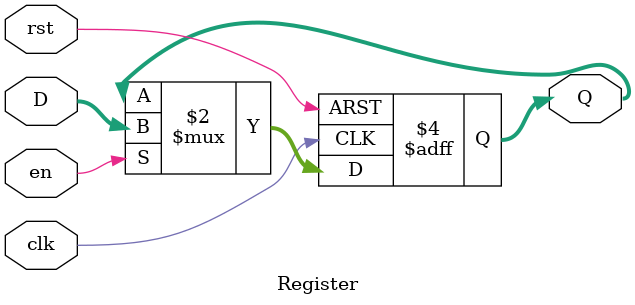
<source format=sv>
module Register #(parameter N = 10) (

	input clk, rst,
	input [N-1:0] D,
	input en,
	output logic [N-1:0] Q

);


always_ff @(negedge clk or posedge rst)
	if(rst) Q <= 10'h00;
	else if(en)
		Q <= D;



endmodule 
</source>
